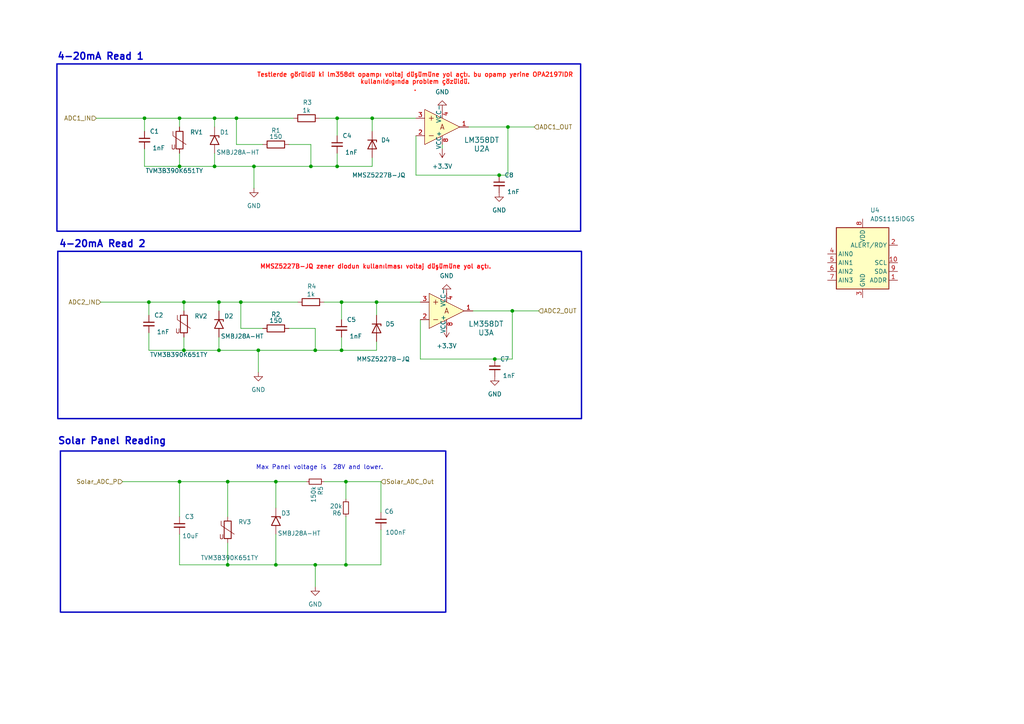
<source format=kicad_sch>
(kicad_sch (version 20231120) (generator "eeschema") (generator_version "8.0")
  (paper "A4")
  (title_block (title "Analog Reading") (date "2025-05-20") (company "Mergened") (comment 1 "Designed by Oguzhan ESEN"))
  (lib_symbols
    (symbol "Analog_ADC:ADS1115IDGS"
      (property "Reference" "U" (at 2.54 13.97 0))
      (property "Value" "ADS1115IDGS" (at 7.62 11.43 0))
      (symbol "ADS1115IDGS_0_1"
        (rectangle (start -7.62 10.16) (end 7.62 -7.62) (stroke (width 0.254)) (fill (type background)))
      )
      (symbol "ADS1115IDGS_1_1"
        (pin input line (at 10.16 -5.08 180) (length 2.54) (name "ADDR") (number "1"))
        (pin input line (at 10.16 0 180) (length 2.54) (name "SCL") (number "10"))
        (pin output line (at 10.16 5.08 180) (length 2.54) (name "ALERT/RDY") (number "2"))
        (pin power_in line (at 0 -10.16 90) (length 2.54) (name "GND") (number "3"))
        (pin input line (at -10.16 2.54 0) (length 2.54) (name "AIN0") (number "4"))
        (pin input line (at -10.16 0 0) (length 2.54) (name "AIN1") (number "5"))
        (pin input line (at -10.16 -2.54 0) (length 2.54) (name "AIN2") (number "6"))
        (pin input line (at -10.16 -5.08 0) (length 2.54) (name "AIN3") (number "7"))
        (pin power_in line (at 0 12.7 270) (length 2.54) (name "VDD") (number "8"))
        (pin bidirectional line (at 10.16 -2.54 180) (length 2.54) (name "SDA") (number "9"))
      )
    )
    (symbol "Device:C_Small" (pin_numbers hide) (pin_names (offset 0.254) hide)
      (property "Reference" "C" (at 0.254 1.778 0))
      (property "Value" "C_Small" (at 0.254 -2.032 0))
      (symbol "C_Small_0_1"
        (polyline (pts (xy -1.524 -0.508) (xy 1.524 -0.508)) (stroke (width 0.3302)))
        (polyline (pts (xy -1.524 0.508) (xy 1.524 0.508)) (stroke (width 0.3048)))
      )
      (symbol "C_Small_1_1"
        (pin passive line (at 0 2.54 270) (length 2.032) (name "~") (number "1"))
        (pin passive line (at 0 -2.54 90) (length 2.032) (name "~") (number "2"))
      )
    )
    (symbol "Device:D_Zener" (pin_numbers hide) (pin_names (offset 1.016) hide)
      (property "Reference" "D" (at 0 2.54 0))
      (property "Value" "D_Zener" (at 0 -2.54 0))
      (symbol "D_Zener_0_1"
        (polyline (pts (xy 1.27 0) (xy -1.27 0)))
        (polyline (pts (xy -1.27 -1.27) (xy -1.27 1.27) (xy -0.762 1.27)) (stroke (width 0.254)))
        (polyline (pts (xy 1.27 -1.27) (xy 1.27 1.27) (xy -1.27 0) (xy 1.27 -1.27)) (stroke (width 0.254)))
      )
      (symbol "D_Zener_1_1"
        (pin passive line (at -3.81 0 0) (length 2.54) (name "K") (number "1"))
        (pin passive line (at 3.81 0 180) (length 2.54) (name "A") (number "2"))
      )
    )
    (symbol "Device:R" (pin_numbers hide) (pin_names (offset 0))
      (property "Reference" "R" (at 2.032 0 90))
      (property "Value" "R" (at 0 0 90))
      (symbol "R_0_1"
        (rectangle (start -1.016 -2.54) (end 1.016 2.54) (stroke (width 0.254)))
      )
      (symbol "R_1_1"
        (pin passive line (at 0 3.81 270) (length 1.27) (name "~") (number "1"))
        (pin passive line (at 0 -3.81 90) (length 1.27) (name "~") (number "2"))
      )
    )
    (symbol "Device:R_Small" (pin_numbers hide) (pin_names (offset 0.254) hide)
      (property "Reference" "R" (at 0.762 0.508 0))
      (property "Value" "R_Small" (at 0.762 -1.016 0))
      (symbol "R_Small_0_1"
        (rectangle (start -0.762 1.778) (end 0.762 -1.778) (stroke (width 0.2032)))
      )
      (symbol "R_Small_1_1"
        (pin passive line (at 0 2.54 270) (length 0.762) (name "~") (number "1"))
        (pin passive line (at 0 -2.54 90) (length 0.762) (name "~") (number "2"))
      )
    )
    (symbol "Device:Varistor" (pin_numbers hide) (pin_names (offset 0))
      (property "Reference" "RV" (at 3.175 0 90))
      (property "Value" "Varistor" (at -3.175 0 90))
      (symbol "Varistor_0_0"
        (text "U" (at -1.778 -2.032 0) (effects (font (size 1.27 1.27))))
      )
      (symbol "Varistor_0_1"
        (rectangle (start -1.016 -2.54) (end 1.016 2.54) (stroke (width 0.254)))
        (polyline (pts (xy -1.905 2.54) (xy -1.905 1.27) (xy 1.905 -1.27)))
      )
      (symbol "Varistor_1_1"
        (pin passive line (at 0 3.81 270) (length 1.27) (name "~") (number "1"))
        (pin passive line (at 0 -3.81 90) (length 1.27) (name "~") (number "2"))
      )
    )
    (symbol "Diode:SM6T6V8A" (pin_numbers hide) (pin_names (offset 1.016) hide)
      (property "Reference" "D" (at 0 2.54 0))
      (property "Value" "SM6T6V8A" (at 0 -2.54 0))
      (symbol "SM6T6V8A_0_1"
        (polyline (pts (xy -0.762 1.27) (xy -1.27 1.27) (xy -1.27 -1.27)) (stroke (width 0.254)))
        (polyline (pts (xy 1.27 1.27) (xy 1.27 -1.27) (xy -1.27 0) (xy 1.27 1.27)) (stroke (width 0.254)))
      )
      (symbol "SM6T6V8A_1_1"
        (pin passive line (at -3.81 0 0) (length 2.54) (name "A1") (number "1"))
        (pin passive line (at 3.81 0 180) (length 2.54) (name "A2") (number "2"))
      )
    )
    (symbol "dk_Linear-Amplifiers-Instrumentation-OP-Amps-Buffer-Amps:LM358DT" (pin_names (offset 0))
      (property "Reference" "U" (at -7.62 6.35 0))
      (property "Value" "LM358DT" (at 2.54 -5.08 0))
      (symbol "LM358DT_0_1"
        (polyline (pts (xy -3.81 -2.54) (xy -2.54 -2.54)))
        (polyline (pts (xy -3.81 2.54) (xy -2.54 2.54)))
        (polyline (pts (xy -3.175 -1.905) (xy -3.175 -3.175)))
        (polyline (pts (xy -5.08 5.08) (xy -5.08 -5.08) (xy 5.08 0) (xy -5.08 5.08)) (fill (type background)))
      )
      (symbol "LM358DT_1_0"
        (text "A" (at 0 0 0) (effects (font (size 1.524 1.524))))
      )
      (symbol "LM358DT_1_1"
        (pin output line (at 7.62 0 180) (length 2.54) (name "~") (number "1"))
        (pin input line (at -7.62 2.54 0) (length 2.54) (name "~") (number "2"))
        (pin input line (at -7.62 -2.54 0) (length 2.54) (name "~") (number "3"))
        (pin power_in line (at 0 -5.08 90) (length 2.54) (name "VCC-") (number "4"))
        (pin power_in line (at 0 5.08 270) (length 2.54) (name "VCC+") (number "8"))
      )
      (symbol "LM358DT_2_0"
        (text "B" (at 0 0 0) (effects (font (size 1.524 1.524))))
      )
      (symbol "LM358DT_2_1"
        (pin power_in line (at 0 -5.08 90) (length 2.54) (name "VCC-") (number "4"))
        (pin input line (at -7.62 -2.54 0) (length 2.54) (name "~") (number "5"))
        (pin input line (at -7.62 2.54 0) (length 2.54) (name "~") (number "6"))
        (pin output line (at 7.62 0 180) (length 2.54) (name "~") (number "7"))
        (pin power_in line (at 0 5.08 270) (length 2.54) (name "VCC+") (number "8"))
      )
    )
    (symbol "power:+3.3V" (power) (pin_numbers hide) (pin_names (offset 0) hide)
      (property "Value" "+3.3V" (at 0 3.556 0))
      (symbol "+3.3V_0_1"
        (polyline (pts (xy -0.762 1.27) (xy 0 2.54)))
        (polyline (pts (xy 0 0) (xy 0 2.54)))
        (polyline (pts (xy 0 2.54) (xy 0.762 1.27)))
      )
      (symbol "+3.3V_1_1"
        (pin power_in line (at 0 0 90) (length 0) (name "~") (number "1"))
      )
    )
    (symbol "power:GND" (power) (pin_numbers hide) (pin_names (offset 0) hide)
      (property "Value" "GND" (at 0 -3.81 0))
      (symbol "GND_0_1"
        (polyline (pts (xy 0 0) (xy 0 -1.27) (xy 1.27 -1.27) (xy 0 -2.54) (xy -1.27 -1.27) (xy 0 -1.27)))
      )
      (symbol "GND_1_1"
        (pin power_in line (at 0 0 270) (length 0) (name "~") (number "1"))
      )
    )
  )
  (junction (at 144.78 50.8))
  (junction (at 41.91 34.29))
  (junction (at 63.5 87.63))
  (junction (at 99.06 101.6))
  (junction (at 68.58 34.29))
  (junction (at 97.79 48.26))
  (junction (at 52.07 139.7))
  (junction (at 91.44 101.6))
  (junction (at 147.32 36.83))
  (junction (at 91.44 163.83))
  (junction (at 143.51 104.14))
  (junction (at 80.01 163.83))
  (junction (at 90.17 48.26))
  (junction (at 148.59 90.17))
  (junction (at 97.79 34.29))
  (junction (at 107.95 34.29))
  (junction (at 53.34 101.6))
  (junction (at 73.66 48.26))
  (junction (at 52.07 48.26))
  (junction (at 109.22 87.63))
  (junction (at 100.33 163.83))
  (junction (at 62.23 34.29))
  (junction (at 99.06 87.63))
  (junction (at 66.04 163.83))
  (junction (at 63.5 101.6))
  (junction (at 80.01 139.7))
  (junction (at 62.23 48.26))
  (junction (at 52.07 34.29))
  (junction (at 69.85 87.63))
  (junction (at 74.93 101.6))
  (junction (at 66.04 139.7))
  (junction (at 53.34 87.63))
  (junction (at 43.18 87.63))
  (junction (at 100.33 139.7))
  (wire (pts (xy 93.98 139.7) (xy 100.33 139.7)))
  (wire (pts (xy 109.22 99.06) (xy 109.22 101.6)))
  (wire (pts (xy 35.56 139.7) (xy 52.07 139.7)))
  (wire (pts (xy 109.22 87.63) (xy 109.22 91.44)))
  (wire (pts (xy 63.5 87.63) (xy 63.5 90.17)))
  (wire (pts (xy 121.92 92.71) (xy 121.92 104.14)))
  (wire (pts (xy 27.94 34.29) (xy 41.91 34.29)))
  (wire (pts (xy 52.07 34.29) (xy 52.07 36.83)))
  (wire (pts (xy 97.79 44.45) (xy 97.79 48.26)))
  (wire (pts (xy 97.79 34.29) (xy 97.79 39.37)))
  (wire (pts (xy 107.95 48.26) (xy 97.79 48.26)))
  (wire (pts (xy 99.06 87.63) (xy 109.22 87.63)))
  (wire (pts (xy 53.34 87.63) (xy 63.5 87.63)))
  (wire (pts (xy 66.04 139.7) (xy 66.04 149.86)))
  (wire (pts (xy 80.01 139.7) (xy 80.01 147.32)))
  (wire (pts (xy 91.44 163.83) (xy 100.33 163.83)))
  (wire (pts (xy 110.49 139.7) (xy 100.33 139.7)))
  (wire (pts (xy 147.32 36.83) (xy 154.94 36.83)))
  (wire (pts (xy 147.32 36.83) (xy 135.89 36.83)))
  (wire (pts (xy 41.91 34.29) (xy 52.07 34.29)))
  (wire (pts (xy 80.01 139.7) (xy 88.9 139.7)))
  (wire (pts (xy 99.06 101.6) (xy 91.44 101.6)))
  (wire (pts (xy 52.07 34.29) (xy 62.23 34.29)))
  (wire (pts (xy 83.82 41.91) (xy 90.17 41.91)))
  (wire (pts (xy 63.5 97.79) (xy 63.5 101.6)))
  (wire (pts (xy 43.18 87.63) (xy 43.18 91.44)))
  (wire (pts (xy 52.07 163.83) (xy 66.04 163.83)))
  (wire (pts (xy 120.65 39.37) (xy 120.65 50.8)))
  (wire (pts (xy 66.04 163.83) (xy 80.01 163.83)))
  (wire (pts (xy 68.58 41.91) (xy 76.2 41.91)))
  (wire (pts (xy 68.58 34.29) (xy 68.58 41.91)))
  (wire (pts (xy 143.51 104.14) (xy 148.59 104.14)))
  (wire (pts (xy 91.44 163.83) (xy 91.44 170.18)))
  (wire (pts (xy 80.01 163.83) (xy 91.44 163.83)))
  (wire (pts (xy 63.5 87.63) (xy 69.85 87.63)))
  (wire (pts (xy 52.07 154.94) (xy 52.07 163.83)))
  (wire (pts (xy 121.92 104.14) (xy 143.51 104.14)))
  (wire (pts (xy 147.32 50.8) (xy 147.32 36.83)))
  (wire (pts (xy 41.91 48.26) (xy 52.07 48.26)))
  (wire (pts (xy 43.18 101.6) (xy 53.34 101.6)))
  (wire (pts (xy 69.85 87.63) (xy 86.36 87.63)))
  (wire (pts (xy 53.34 101.6) (xy 63.5 101.6)))
  (wire (pts (xy 99.06 97.79) (xy 99.06 101.6)))
  (wire (pts (xy 52.07 139.7) (xy 52.07 149.86)))
  (wire (pts (xy 144.78 50.8) (xy 147.32 50.8)))
  (wire (pts (xy 128.27 43.18) (xy 128.27 41.91)))
  (wire (pts (xy 110.49 153.67) (xy 110.49 163.83)))
  (wire (pts (xy 107.95 45.72) (xy 107.95 48.26)))
  (wire (pts (xy 80.01 154.94) (xy 80.01 163.83)))
  (wire (pts (xy 109.22 101.6) (xy 99.06 101.6)))
  (wire (pts (xy 41.91 34.29) (xy 41.91 38.1)))
  (wire (pts (xy 100.33 149.86) (xy 100.33 163.83)))
  (wire (pts (xy 120.65 50.8) (xy 144.78 50.8)))
  (wire (pts (xy 52.07 44.45) (xy 52.07 48.26)))
  (wire (pts (xy 91.44 95.25) (xy 91.44 101.6)))
  (wire (pts (xy 63.5 101.6) (xy 74.93 101.6)))
  (wire (pts (xy 97.79 34.29) (xy 107.95 34.29)))
  (wire (pts (xy 52.07 48.26) (xy 62.23 48.26)))
  (wire (pts (xy 43.18 87.63) (xy 53.34 87.63)))
  (wire (pts (xy 148.59 90.17) (xy 156.21 90.17)))
  (wire (pts (xy 100.33 139.7) (xy 100.33 144.78)))
  (wire (pts (xy 69.85 87.63) (xy 69.85 95.25)))
  (wire (pts (xy 148.59 104.14) (xy 148.59 90.17)))
  (wire (pts (xy 73.66 54.61) (xy 73.66 48.26)))
  (wire (pts (xy 62.23 34.29) (xy 68.58 34.29)))
  (wire (pts (xy 53.34 97.79) (xy 53.34 101.6)))
  (wire (pts (xy 66.04 157.48) (xy 66.04 163.83)))
  (wire (pts (xy 83.82 95.25) (xy 91.44 95.25)))
  (wire (pts (xy 93.98 87.63) (xy 99.06 87.63)))
  (wire (pts (xy 74.93 107.95) (xy 74.93 101.6)))
  (wire (pts (xy 62.23 44.45) (xy 62.23 48.26)))
  (wire (pts (xy 73.66 48.26) (xy 90.17 48.26)))
  (wire (pts (xy 90.17 41.91) (xy 90.17 48.26)))
  (wire (pts (xy 109.22 87.63) (xy 121.92 87.63)))
  (wire (pts (xy 62.23 34.29) (xy 62.23 36.83)))
  (wire (pts (xy 53.34 87.63) (xy 53.34 90.17)))
  (wire (pts (xy 74.93 101.6) (xy 91.44 101.6)))
  (wire (pts (xy 69.85 95.25) (xy 76.2 95.25)))
  (wire (pts (xy 110.49 148.59) (xy 110.49 139.7)))
  (wire (pts (xy 29.21 87.63) (xy 43.18 87.63)))
  (wire (pts (xy 148.59 90.17) (xy 137.16 90.17)))
  (wire (pts (xy 43.18 96.52) (xy 43.18 101.6)))
  (wire (pts (xy 107.95 34.29) (xy 107.95 38.1)))
  (wire (pts (xy 62.23 48.26) (xy 73.66 48.26)))
  (wire (pts (xy 68.58 34.29) (xy 85.09 34.29)))
  (wire (pts (xy 99.06 87.63) (xy 99.06 92.71)))
  (wire (pts (xy 41.91 43.18) (xy 41.91 48.26)))
  (wire (pts (xy 52.07 139.7) (xy 66.04 139.7)))
  (wire (pts (xy 66.04 139.7) (xy 80.01 139.7)))
  (wire (pts (xy 110.49 163.83) (xy 100.33 163.83)))
  (wire (pts (xy 97.79 48.26) (xy 90.17 48.26)))
  (wire (pts (xy 92.71 34.29) (xy 97.79 34.29)))
  (wire (pts (xy 107.95 34.29) (xy 120.65 34.29)))
  (rectangle (start 16.51 18.542) (end 168.402 67.056) (stroke (width 0.4)))
  (rectangle (start 16.764 72.898) (end 168.656 121.412) (stroke (width 0.4)))
  (rectangle (start 17.526 130.81) (end 129.286 177.546) (stroke (width 0.4)))
  (text "Testlerde görüldü ki lm358dt opampı voltaj düşümüne yol açtı. bu opamp yerine OPA2197IDR\nkullanıldıgında problem çözüldü.\n." (at 120.396 23.876 0) (effects (font (size 1.27 1.27) (thickness 0.254) (bold yes))))
  (text "MMSZ5227B-JQ zener diodun kullanılması voltaj düşümüne yol açtı.\n" (at 108.966 77.47 0) (effects (font (size 1.27 1.27) (thickness 0.254) (bold yes))))
  (text "4-20mA Read 2" (at 29.718 70.866 0) (effects (font (size 2 2) (thickness 0.4) (bold yes))))
  (text "Solar Panel Reading\n" (at 32.512 128.016 0) (effects (font (size 2 2) (thickness 0.4) (bold yes))))
  (text "4-20mA Read 1" (at 29.21 16.51 0) (effects (font (size 2 2) (thickness 0.4) (bold yes))))
  (text "Max Panel voltage is  28V and lower." (at 92.71 135.636 0) (effects (font (size 1.27 1.27))))
  (hierarchical_label "Solar_ADC_Out" (shape input) (at 110.49 139.7 0))
  (hierarchical_label "ADC2_OUT" (shape input) (at 156.21 90.17 0))
  (hierarchical_label "ADC1_OUT" (shape input) (at 154.94 36.83 0))
  (hierarchical_label "ADC1_IN" (shape input) (at 27.94 34.29 180))
  (hierarchical_label "ADC2_IN" (shape input) (at 29.21 87.63 180))
  (hierarchical_label "Solar_ADC_P" (shape input) (at 35.56 139.7 180))
  (symbol (lib_id "Device:C_Small") (at 144.78 53.34 0) (unit 1)
    (property "Reference" "C8" (at 146.304 50.8 0) (effects (justify left)))
    (property "Value" "1nF" (at 147.066 55.626 0) (effects (justify left)))
    (property "Footprint" "Capacitor_SMD:C_0603_1608Metric_Pad1.08x0.95mm_HandSolder" (effects (hide yes)))
    (property "Description" "MLCC (2012) 0805 1nF 50VDC ±10% X7R YAGEO" (effects (hide yes)))
    (property "OZDISAN" "CL10B102KB8NNNC" (effects (hide yes)))
  )
  (symbol (lib_id "dk_Linear-Amplifiers-Instrumentation-OP-Amps-Buffer-Amps:LM358DT") (at 129.54 90.17 0) (mirror x) (unit 1)
    (property "Reference" "U3" (at 140.97 96.4886 0) (effects (font (size 1.524 1.524))))
    (property "Value" "LM358DT" (at 140.97 93.9486 0) (effects (font (size 1.524 1.524))))
    (property "Footprint" "digikey-footprints:SOIC-8_W3.9mm" (effects (hide yes)))
    (property "Datasheet" "http://www.st.com/content/ccc/resource/technical/document/datasheet/61/46/87/01/98/ed/44/c5/CD00000464.pdf/files/CD00000464.pdf/jcr:content/translations/en.CD00000464.pdf" (effects (hide yes)))
    (property "Description" "IC OPAMP GP 2 CIRCUIT 8SO" (effects (hide yes)))
    (property "Digi-Key_PN" "497-1591-1-ND" (effects (hide yes)))
    (property "MPN" "LM358DT" (effects (hide yes)))
    (property "Category" "Integrated Circuits (ICs)" (effects (hide yes)))
    (property "Family" "Linear - Amplifiers - Instrumentation, OP Amps, Buffer Amps" (effects (hide yes)))
    (property "DK_Datasheet_Link" "http://www.st.com/content/ccc/resource/technical/document/datasheet/61/46/87/01/98/ed/44/c5/CD00000464.pdf/files/CD00000464.pdf/jcr:content/translations/en.CD00000464.pdf" (effects (hide yes)))
    (property "DK_Detail_Page" "/product-detail/en/stmicroelectronics/LM358DT/497-1591-1-ND/592083" (effects (hide yes)))
    (property "Description_1" "IC OPAMP GP 2 CIRCUIT 8SO" (effects (hide yes)))
    (property "Manufacturer" "STMicroelectronics" (effects (hide yes)))
    (property "Status" "Active" (effects (hide yes)))
    (property "OZDISAN" "LM358DT" (effects (hide yes)))
  )
  (symbol (lib_id "dk_Linear-Amplifiers-Instrumentation-OP-Amps-Buffer-Amps:LM358DT") (at 128.27 36.83 0) (mirror x) (unit 1)
    (property "Reference" "U2" (at 139.7 43.1486 0) (effects (font (size 1.524 1.524))))
    (property "Value" "LM358DT" (at 139.7 40.6086 0) (effects (font (size 1.524 1.524))))
    (property "Footprint" "digikey-footprints:SOIC-8_W3.9mm" (effects (hide yes)))
    (property "Datasheet" "http://www.st.com/content/ccc/resource/technical/document/datasheet/61/46/87/01/98/ed/44/c5/CD00000464.pdf/files/CD00000464.pdf/jcr:content/translations/en.CD00000464.pdf" (effects (hide yes)))
    (property "Description" "IC OPAMP GP 2 CIRCUIT 8SO" (effects (hide yes)))
    (property "Digi-Key_PN" "497-1591-1-ND" (effects (hide yes)))
    (property "MPN" "LM358DT" (effects (hide yes)))
    (property "Category" "Integrated Circuits (ICs)" (effects (hide yes)))
    (property "Family" "Linear - Amplifiers - Instrumentation, OP Amps, Buffer Amps" (effects (hide yes)))
    (property "DK_Datasheet_Link" "http://www.st.com/content/ccc/resource/technical/document/datasheet/61/46/87/01/98/ed/44/c5/CD00000464.pdf/files/CD00000464.pdf/jcr:content/translations/en.CD00000464.pdf" (effects (hide yes)))
    (property "DK_Detail_Page" "/product-detail/en/stmicroelectronics/LM358DT/497-1591-1-ND/592083" (effects (hide yes)))
    (property "Description_1" "IC OPAMP GP 2 CIRCUIT 8SO" (effects (hide yes)))
    (property "Manufacturer" "STMicroelectronics" (effects (hide yes)))
    (property "Status" "Active" (effects (hide yes)))
    (property "OZDISAN" "LM358DT" (effects (hide yes)))
  )
  (symbol (lib_id "power:GND") (at 144.78 55.88 0) (unit 1)
    (property "Reference" "#PWR09" (effects (hide yes)))
    (property "Value" "GND" (at 144.78 60.96 0))
    (property "Description" "Power symbol creates a global label with name \"GND\" , ground" (effects (hide yes)))
  )
  (symbol (lib_id "Device:D_Zener") (at 109.22 95.25 270) (unit 1)
    (property "Reference" "D5" (at 111.76 93.9799 90) (effects (justify left)))
    (property "Value" "MMSZ5227B-JQ" (at 103.378 104.14 90) (effects (justify left)))
    (property "Footprint" "Diode_SMD:Nexperia_CFP3_SOD-123W" (effects (hide yes)))
    (property "Description" "Zener diode" (effects (hide yes)))
    (property "OZDISAN" "MMSZ5227B-JQ" (effects (hide yes)))
  )
  (symbol (lib_id "Device:C_Small") (at 43.18 93.98 0) (unit 1)
    (property "Reference" "C2" (at 44.704 91.44 0) (effects (justify left)))
    (property "Value" "1nF" (at 45.466 96.266 0) (effects (justify left)))
    (property "Footprint" "Capacitor_SMD:C_0603_1608Metric_Pad1.08x0.95mm_HandSolder" (effects (hide yes)))
    (property "Description" "MLCC (2012) 0805 1nF 50VDC ±10% X7R YAGEO" (effects (hide yes)))
    (property "OZDISAN" "CL10B102KB8NNNC" (effects (hide yes)))
  )
  (symbol (lib_id "Analog_ADC:ADS1115IDGS") (at 250.19 76.2 0) (unit 1)
    (property "Reference" "U4" (at 252.3841 60.96 0) (effects (justify left)))
    (property "Value" "ADS1115IDGS" (at 252.3841 63.5 0) (effects (justify left)))
    (property "Footprint" "Package_SO:TSSOP-10_3x3mm_P0.5mm" (effects (hide yes)))
    (property "Datasheet" "http://www.ti.com/lit/ds/symlink/ads1113.pdf" (effects (hide yes)))
    (property "Description" "Ultra-Small, Low-Power, I2C-Compatible, 860-SPS, 16-Bit ADCs With Internal Reference, Oscillator, and Programmable Comparator, VSSOP-10" (effects (hide yes)))
  )
  (symbol (lib_id "power:GND") (at 73.66 54.61 0) (unit 1)
    (property "Reference" "#PWR01" (effects (hide yes)))
    (property "Value" "GND" (at 73.66 59.69 0))
    (property "Description" "Power symbol creates a global label with name \"GND\" , ground" (effects (hide yes)))
  )
  (symbol (lib_id "Device:R_Small") (at 91.44 139.7 270) (unit 1)
    (property "Reference" "R5" (at 92.964 140.97 0) (effects (justify left)))
    (property "Value" "150k" (at 90.932 140.97 0) (effects (justify left)))
    (property "Footprint" "Resistor_SMD:R_0603_1608Metric_Pad0.98x0.95mm_HandSolder" (effects (hide yes)))
    (property "Description" "RES.(2012) 0805 150K Ohms 0.1% 1/8W 50PPM" (effects (hide yes)))
    (property "OZDISAN" "TC0550B1503T5G" (effects (hide yes)))
  )
  (symbol (lib_id "Device:C_Small") (at 99.06 95.25 0) (unit 1)
    (property "Reference" "C5" (at 100.584 92.71 0) (effects (justify left)))
    (property "Value" "1nF" (at 101.346 97.536 0) (effects (justify left)))
    (property "Footprint" "Capacitor_SMD:C_0603_1608Metric_Pad1.08x0.95mm_HandSolder" (effects (hide yes)))
    (property "Description" "MLCC (2012) 0805 1nF 50VDC ±10% X7R YAGEO" (effects (hide yes)))
    (property "OZDISAN" "CL10B102KB8NNNC" (effects (hide yes)))
  )
  (symbol (lib_id "Device:R") (at 88.9 34.29 90) (unit 1)
    (property "Reference" "R3" (at 89.154 29.718 90))
    (property "Value" "1k" (at 88.9 32.004 90))
    (property "Footprint" "Resistor_SMD:R_0603_1608Metric_Pad0.98x0.95mm_HandSolder" (effects (hide yes)))
    (property "Description" "Resistor" (effects (hide yes)))
    (property "OZDISAN" "CRT05F7E1001" (effects (hide yes)))
  )
  (symbol (lib_id "power:GND") (at 91.44 170.18 0) (unit 1)
    (property "Reference" "#PWR03" (effects (hide yes)))
    (property "Value" "GND" (at 91.44 175.26 0))
    (property "Description" "Power symbol creates a global label with name \"GND\" , ground" (effects (hide yes)))
  )
  (symbol (lib_id "power:GND") (at 74.93 107.95 0) (unit 1)
    (property "Reference" "#PWR02" (effects (hide yes)))
    (property "Value" "GND" (at 74.93 113.03 0))
    (property "Description" "Power symbol creates a global label with name \"GND\" , ground" (effects (hide yes)))
  )
  (symbol (lib_id "Device:R") (at 80.01 95.25 90) (unit 1)
    (property "Reference" "R2" (at 80.01 91.186 90))
    (property "Value" "150" (at 80.01 92.964 90))
    (property "Footprint" "Resistor_SMD:R_0603_1608Metric_Pad0.98x0.95mm_HandSolder" (effects (hide yes)))
    (property "Description" "Resistor" (effects (hide yes)))
    (property "OZDISAN" "  RN73H2ETTD1500B25-" (effects (hide yes)))
  )
  (symbol (lib_id "power:+3.3V") (at 129.54 95.25 180) (unit 1)
    (property "Reference" "#PWR07" (effects (hide yes)))
    (property "Value" "+3.3V" (at 129.54 100.33 0))
    (property "Description" "Power symbol creates a global label with name \"+3.3V\"" (effects (hide yes)))
  )
  (symbol (lib_id "Device:Varistor") (at 53.34 93.98 0) (unit 1)
    (property "Reference" "RV2" (at 56.388 91.694 0) (effects (justify left)))
    (property "Value" "TVM3B390K651TY" (at 43.434 102.87 0) (effects (justify left)))
    (property "Footprint" "Resistor_SMD:R_1206_3216Metric_Pad1.30x1.75mm_HandSolder" (effects (hide yes)))
    (property "Description" "Voltage dependent resistor" (effects (hide yes)))
    (property "Sim.Name" "kicad_builtin_varistor" (effects (hide yes)))
    (property "Sim.Device" "SUBCKT" (effects (hide yes)))
    (property "Sim.Pins" "1=A 2=B" (effects (hide yes)))
    (property "Sim.Params" "threshold=1k" (effects (hide yes)))
    (property "Sim.Library" "${KICAD7_SYMBOL_DIR}/Simulation_SPICE.sp" (effects (hide yes)))
    (property "OZDISAN" "TVM3B390K651TY" (effects (hide yes)))
  )
  (symbol (lib_id "power:GND") (at 128.27 31.75 180) (unit 1)
    (property "Reference" "#PWR04" (effects (hide yes)))
    (property "Value" "GND" (at 128.27 26.67 0))
    (property "Description" "Power symbol creates a global label with name \"GND\" , ground" (effects (hide yes)))
  )
  (symbol (lib_id "Device:C_Small") (at 97.79 41.91 0) (unit 1)
    (property "Reference" "C4" (at 99.314 39.37 0) (effects (justify left)))
    (property "Value" "1nF" (at 100.076 44.196 0) (effects (justify left)))
    (property "Footprint" "Capacitor_SMD:C_0603_1608Metric_Pad1.08x0.95mm_HandSolder" (effects (hide yes)))
    (property "Description" "MLCC (2012) 0805 1nF 50VDC ±10% X7R YAGEO" (effects (hide yes)))
    (property "OZDISAN" "CL10B102KB8NNNC" (effects (hide yes)))
  )
  (symbol (lib_id "Device:Varistor") (at 66.04 153.67 0) (unit 1)
    (property "Reference" "RV3" (at 69.088 151.384 0) (effects (justify left)))
    (property "Value" "TVM3B390K651TY" (at 58.166 161.798 0) (effects (justify left)))
    (property "Footprint" "Resistor_SMD:R_1206_3216Metric_Pad1.30x1.75mm_HandSolder" (effects (hide yes)))
    (property "Description" "Voltage dependent resistor" (effects (hide yes)))
    (property "Sim.Name" "kicad_builtin_varistor" (effects (hide yes)))
    (property "Sim.Device" "SUBCKT" (effects (hide yes)))
    (property "Sim.Pins" "1=A 2=B" (effects (hide yes)))
    (property "Sim.Params" "threshold=1k" (effects (hide yes)))
    (property "Sim.Library" "${KICAD7_SYMBOL_DIR}/Simulation_SPICE.sp" (effects (hide yes)))
    (property "OZDISAN" "TVM3B390K651TY" (effects (hide yes)))
  )
  (symbol (lib_id "power:GND") (at 129.54 85.09 180) (unit 1)
    (property "Reference" "#PWR06" (effects (hide yes)))
    (property "Value" "GND" (at 129.54 80.01 0))
    (property "Description" "Power symbol creates a global label with name \"GND\" , ground" (effects (hide yes)))
  )
  (symbol (lib_id "Device:C_Small") (at 52.07 152.4 0) (unit 1)
    (property "Reference" "C3" (at 53.594 149.86 0) (effects (justify left)))
    (property "Value" "10uF" (at 52.832 155.448 0) (effects (justify left)))
    (property "Footprint" "LED_SMD:LED_0805_2012Metric_Pad1.15x1.40mm_HandSolder" (effects (hide yes)))
    (property "Description" "Unpolarized capacitor, small symbol" (effects (hide yes)))
    (property "OZDISAN" "GRM21BC8YA106KE11L" (effects (hide yes)))
  )
  (symbol (lib_id "Device:R") (at 90.17 87.63 90) (unit 1)
    (property "Reference" "R4" (at 90.424 83.058 90))
    (property "Value" "1k" (at 90.17 85.344 90))
    (property "Footprint" "Resistor_SMD:R_0603_1608Metric_Pad0.98x0.95mm_HandSolder" (effects (hide yes)))
    (property "Description" "Resistor" (effects (hide yes)))
    (property "OZDISAN" "CRT05F7E1001" (effects (hide yes)))
  )
  (symbol (lib_id "Device:C_Small") (at 110.49 151.13 0) (unit 1)
    (property "Reference" "C6" (at 111.506 148.336 0) (effects (justify left)))
    (property "Value" "100nF" (at 111.76 154.432 0) (effects (justify left)))
    (property "Footprint" "Capacitor_SMD:C_0603_1608Metric_Pad1.08x0.95mm_HandSolder" (effects (hide yes)))
    (property "Description" "Unpolarized capacitor, small symbol" (effects (hide yes)))
    (property "OZDISAN" "CC0603KRX7R9BB104" (effects (hide yes)))
  )
  (symbol (lib_id "Device:C_Small") (at 143.51 106.68 0) (unit 1)
    (property "Reference" "C7" (at 145.034 104.14 0) (effects (justify left)))
    (property "Value" "1nF" (at 145.796 108.966 0) (effects (justify left)))
    (property "Footprint" "Capacitor_SMD:C_0603_1608Metric_Pad1.08x0.95mm_HandSolder" (effects (hide yes)))
    (property "Description" "MLCC (2012) 0805 1nF 50VDC ±10% X7R YAGEO" (effects (hide yes)))
    (property "OZDISAN" "CL10B102KB8NNNC" (effects (hide yes)))
  )
  (symbol (lib_id "Diode:SM6T6V8A") (at 80.01 151.13 270) (unit 1)
    (property "Reference" "D3" (at 81.534 148.844 90) (effects (justify left)))
    (property "Value" "SMBJ28A-HT" (at 80.518 154.686 90) (effects (justify left)))
    (property "Footprint" "Diode_SMD:D_SMB_Handsoldering" (effects (hide yes)))
    (property "Datasheet" "https://cdn.ozdisan.com/ETicaret_Dosya/466384_3420054.pdf" (effects (hide yes)))
    (property "Description" "DIODE TVS 600W 28V DO214AA SMB" (effects (hide yes)))
    (property "OZDISAN" "SMBJ28A-HT" (effects (hide yes)))
  )
  (symbol (lib_id "Device:C_Small") (at 41.91 40.64 0) (unit 1)
    (property "Reference" "C1" (at 43.434 38.1 0) (effects (justify left)))
    (property "Value" "1nF" (at 44.196 42.926 0) (effects (justify left)))
    (property "Footprint" "Capacitor_SMD:C_0603_1608Metric_Pad1.08x0.95mm_HandSolder" (effects (hide yes)))
    (property "Description" "MLCC (2012) 0805 1nF 50VDC ±10% X7R YAGEO" (effects (hide yes)))
    (property "OZDISAN" "CL10B102KB8NNNC" (effects (hide yes)))
  )
  (symbol (lib_id "power:+3.3V") (at 128.27 43.18 180) (unit 1)
    (property "Reference" "#PWR05" (effects (hide yes)))
    (property "Value" "+3.3V" (at 128.27 48.26 0))
    (property "Description" "Power symbol creates a global label with name \"+3.3V\"" (effects (hide yes)))
  )
  (symbol (lib_id "Device:R") (at 80.01 41.91 90) (unit 1)
    (property "Reference" "R1" (at 80.01 37.846 90))
    (property "Value" "150" (at 80.01 39.624 90))
    (property "Footprint" "Resistor_SMD:R_0603_1608Metric_Pad0.98x0.95mm_HandSolder" (effects (hide yes)))
    (property "Description" "Resistor" (effects (hide yes)))
    (property "OZDISAN" "  RN73H2ETTD1500B25-" (effects (hide yes)))
  )
  (symbol (lib_id "power:GND") (at 143.51 109.22 0) (unit 1)
    (property "Reference" "#PWR08" (effects (hide yes)))
    (property "Value" "GND" (at 143.51 114.3 0))
    (property "Description" "Power symbol creates a global label with name \"GND\" , ground" (effects (hide yes)))
  )
  (symbol (lib_id "Diode:SM6T6V8A") (at 62.23 40.64 270) (unit 1)
    (property "Reference" "D1" (at 63.754 38.354 90) (effects (justify left)))
    (property "Value" "SMBJ28A-HT" (at 62.738 44.196 90) (effects (justify left)))
    (property "Footprint" "Diode_SMD:D_SMB_Handsoldering" (effects (hide yes)))
    (property "Datasheet" "https://cdn.ozdisan.com/ETicaret_Dosya/466384_3420054.pdf" (effects (hide yes)))
    (property "Description" "DIODE TVS 600W 28V DO214AA SMB" (effects (hide yes)))
    (property "OZDISAN" "SMBJ28A-HT" (effects (hide yes)))
  )
  (symbol (lib_id "Diode:SM6T6V8A") (at 63.5 93.98 270) (unit 1)
    (property "Reference" "D2" (at 65.024 91.694 90) (effects (justify left)))
    (property "Value" "SMBJ28A-HT" (at 64.008 97.536 90) (effects (justify left)))
    (property "Footprint" "Diode_SMD:D_SMB_Handsoldering" (effects (hide yes)))
    (property "Datasheet" "https://cdn.ozdisan.com/ETicaret_Dosya/466384_3420054.pdf" (effects (hide yes)))
    (property "Description" "DIODE TVS 600W 28V DO214AA SMB" (effects (hide yes)))
    (property "OZDISAN" "SMBJ28A-HT" (effects (hide yes)))
  )
  (symbol (lib_id "Device:D_Zener") (at 107.95 41.91 270) (unit 1)
    (property "Reference" "D4" (at 110.49 40.6399 90) (effects (justify left)))
    (property "Value" "MMSZ5227B-JQ" (at 102.108 50.8 90) (effects (justify left)))
    (property "Footprint" "Diode_SMD:Nexperia_CFP3_SOD-123W" (effects (hide yes)))
    (property "Description" "Zener diode" (effects (hide yes)))
    (property "OZDISAN" "MMSZ5227B-JQ" (effects (hide yes)))
  )
  (symbol (lib_id "Device:Varistor") (at 52.07 40.64 0) (unit 1)
    (property "Reference" "RV1" (at 55.118 38.354 0) (effects (justify left)))
    (property "Value" "TVM3B390K651TY" (at 42.164 49.53 0) (effects (justify left)))
    (property "Footprint" "Resistor_SMD:R_1206_3216Metric_Pad1.30x1.75mm_HandSolder" (effects (hide yes)))
    (property "Description" "Voltage dependent resistor" (effects (hide yes)))
    (property "Sim.Name" "kicad_builtin_varistor" (effects (hide yes)))
    (property "Sim.Device" "SUBCKT" (effects (hide yes)))
    (property "Sim.Pins" "1=A 2=B" (effects (hide yes)))
    (property "Sim.Params" "threshold=1k" (effects (hide yes)))
    (property "Sim.Library" "${KICAD7_SYMBOL_DIR}/Simulation_SPICE.sp" (effects (hide yes)))
    (property "OZDISAN" "TVM3B390K651TY" (effects (hide yes)))
  )
  (symbol (lib_id "Device:R_Small") (at 100.33 147.32 180) (unit 1)
    (property "Reference" "R6" (at 99.06 148.844 0) (effects (justify left)))
    (property "Value" "20k" (at 99.314 146.812 0) (effects (justify left)))
    (property "Footprint" "Resistor_SMD:R_0603_1608Metric_Pad0.98x0.95mm_HandSolder" (effects (hide yes)))
    (property "Description" "RES.(2012) 0805 20K Ohms 0.1% 1/8W 25PPM" (effects (hide yes)))
    (property "OZDISAN" "TC0525B2002T5G" (effects (hide yes)))
  )
)
</source>
